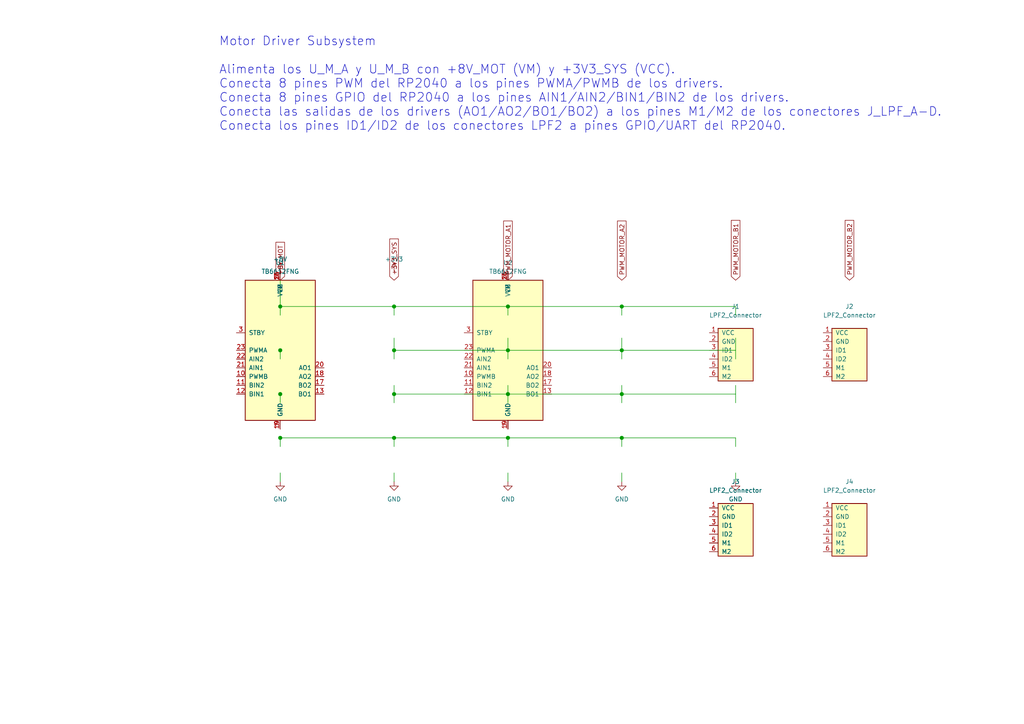
<source format=kicad_sch>
(kicad_sch (version 20230121) (generator eeschema)
  (paper "A4")
  (title_block (title "CM4 Robotics Controller - Motor Driver Subsystem") (date "2025-07-03") (rev "v1.0"))
  (lib_symbols
    (symbol "Device:C" (pin_numbers hide) (pin_names (offset 0.254))
      (property "Reference" "C" (at 0.635 2.54 0))
      (property "Value" "C" (at 0.635 -2.54 0))
      (symbol "C_0_1"
        (polyline (pts (xy -2.032 -0.762) (xy 2.032 -0.762)) (stroke (width 0.508)))
        (polyline (pts (xy -2.032 0.762) (xy 2.032 0.762)) (stroke (width 0.508)))
      )
      (symbol "C_1_1"
        (pin passive line (at 0 3.81 270) (length 2.794) (name "~") (number "1"))
        (pin passive line (at 0 -3.81 90) (length 2.794) (name "~") (number "2"))
      )
    )
    (symbol "Driver_Motor:TB6612FNG" (pin_names (offset 1.016))
      (property "Reference" "U" (at -10.16 21.59 0))
      (property "Value" "TB6612FNG" (at 2.54 21.59 0))
      (symbol "TB6612FNG_0_1"
        (rectangle (start -10.16 20.32) (end 10.16 -20.32) (stroke (width 0.254)) (fill (type background)))
      )
      (symbol "TB6612FNG_1_1"
        (pin power_in line (at 0 -22.86 90) (length 2.54) (name "GND") (number "1"))
        (pin input line (at -12.7 -7.62 0) (length 2.54) (name "PWMB") (number "10"))
        (pin input line (at -12.7 -10.16 0) (length 2.54) (name "BIN2") (number "11"))
        (pin input line (at -12.7 -12.7 0) (length 2.54) (name "BIN1") (number "12"))
        (pin output line (at 12.7 -12.7 180) (length 2.54) (name "BO1") (number "13"))
        (pin power_in line (at 0 -22.86 90) (length 2.54) (name "GND") (number "14"))
        (pin power_in line (at 0 22.86 270) (length 2.54) (name "VM") (number "15"))
        (pin power_in line (at 0 22.86 270) (length 2.54) (name "VM") (number "16"))
        (pin output line (at 12.7 -10.16 180) (length 2.54) (name "BO2") (number "17"))
        (pin output line (at 12.7 -7.62 180) (length 2.54) (name "AO2") (number "18"))
        (pin power_in line (at 0 -22.86 90) (length 2.54) (name "GND") (number "19"))
        (pin power_in line (at 0 22.86 270) (length 2.54) (name "VCC") (number "2"))
        (pin output line (at 12.7 -5.08 180) (length 2.54) (name "AO1") (number "20"))
        (pin input line (at -12.7 -5.08 0) (length 2.54) (name "AIN1") (number "21"))
        (pin input line (at -12.7 -2.54 0) (length 2.54) (name "AIN2") (number "22"))
        (pin input line (at -12.7 0 0) (length 2.54) (name "PWMA") (number "23"))
        (pin power_in line (at 0 22.86 270) (length 2.54) (name "VM") (number "24"))
        (pin input line (at -12.7 5.08 0) (length 2.54) (name "STBY") (number "3"))
        (pin no_connect line (at -10.16 7.62 0) (length 2.54) hide (name "NC") (number "4"))
        (pin no_connect line (at -10.16 10.16 0) (length 2.54) hide (name "NC") (number "5"))
        (pin no_connect line (at -10.16 12.7 0) (length 2.54) hide (name "NC") (number "6"))
        (pin no_connect line (at -10.16 15.24 0) (length 2.54) hide (name "NC") (number "7"))
        (pin no_connect line (at -10.16 17.78 0) (length 2.54) hide (name "NC") (number "8"))
        (pin no_connect line (at 10.16 17.78 180) (length 2.54) hide (name "NC") (number "9"))
      )
    )
    (symbol "custom_symbols:LPF2_Connector" (pin_names (offset 1.016))
      (property "Reference" "J" (at 0 10.16 0))
      (property "Value" "LPF2_Connector" (at 0 7.62 0))
      (symbol "LPF2_Connector_0_1"
        (rectangle (start -5.08 6.35) (end 5.08 -8.89) (stroke (width 0.254)) (fill (type background)))
      )
      (symbol "LPF2_Connector_1_1"
        (pin power_in line (at -7.62 5.08 0) (length 2.54) (name "VCC") (number "1"))
        (pin power_in line (at -7.62 2.54 0) (length 2.54) (name "GND") (number "2"))
        (pin output line (at -7.62 0 0) (length 2.54) (name "ID1") (number "3"))
        (pin output line (at -7.62 -2.54 0) (length 2.54) (name "ID2") (number "4"))
        (pin power_out line (at -7.62 -5.08 0) (length 2.54) (name "M1") (number "5"))
        (pin power_out line (at -7.62 -7.62 0) (length 2.54) (name "M2") (number "6"))
      )
    )
    (symbol "power:+3V3" (power) (pin_names (offset 0))
      (property "Value" "+3V3" (at 0 3.556 0))
      (symbol "+3V3_0_1"
        (polyline (pts (xy -0.762 1.27) (xy 0 2.54)))
        (polyline (pts (xy 0 0) (xy 0 2.54)))
        (polyline (pts (xy 0 2.54) (xy 0.762 1.27)))
      )
      (symbol "+3V3_1_1"
        (pin power_in line (at 0 0 90) (length 0) hide (name "+3V3") (number "1"))
      )
    )
    (symbol "power:+8V" (power) (pin_names (offset 0))
      (property "Value" "+8V" (at 0 3.556 0))
      (symbol "+8V_0_1"
        (polyline (pts (xy -0.762 1.27) (xy 0 2.54)))
        (polyline (pts (xy 0 0) (xy 0 2.54)))
        (polyline (pts (xy 0 2.54) (xy 0.762 1.27)))
      )
      (symbol "+8V_1_1"
        (pin power_in line (at 0 0 90) (length 0) hide (name "+8V") (number "1"))
      )
    )
    (symbol "power:GND" (power) (pin_names (offset 0))
      (property "Value" "GND" (at 0 -3.81 0))
      (symbol "GND_0_1"
        (polyline (pts (xy 0 0) (xy 0 -1.27) (xy 1.27 -1.27) (xy 0 -2.54) (xy -1.27 -1.27) (xy 0 -1.27)))
      )
      (symbol "GND_1_1"
        (pin power_in line (at 0 0 270) (length 0) hide (name "GND") (number "1"))
      )
    )
  )
  (junction (at 81.28 88.9) (diameter 1.016))
  (junction (at 81.28 101.6) (diameter 1.016))
  (junction (at 81.28 114.3) (diameter 1.016))
  (junction (at 81.28 127) (diameter 1.016))
  (junction (at 114.3 88.9) (diameter 1.016))
  (junction (at 114.3 101.6) (diameter 1.016))
  (junction (at 114.3 114.3) (diameter 1.016))
  (junction (at 114.3 127) (diameter 1.016))
  (junction (at 147.32 88.9) (diameter 1.016))
  (junction (at 147.32 101.6) (diameter 1.016))
  (junction (at 147.32 114.3) (diameter 1.016))
  (junction (at 147.32 127) (diameter 1.016))
  (junction (at 180.34 88.9) (diameter 1.016))
  (junction (at 180.34 101.6) (diameter 1.016))
  (junction (at 180.34 114.3) (diameter 1.016))
  (junction (at 180.34 127) (diameter 1.016))
  (wire (pts (xy 81.28 88.9) (xy 81.28 91.44)))
  (wire (pts (xy 81.28 101.6) (xy 81.28 104.14)))
  (wire (pts (xy 81.28 114.3) (xy 81.28 116.84)))
  (wire (pts (xy 81.28 127) (xy 81.28 129.54)))
  (wire (pts (xy 81.28 137.16) (xy 81.28 139.7)))
  (wire (pts (xy 81.28 88.9) (xy 114.3 88.9)))
  (wire (pts (xy 81.28 127) (xy 114.3 127)))
  (wire (pts (xy 114.3 88.9) (xy 114.3 91.44)))
  (wire (pts (xy 114.3 101.6) (xy 114.3 104.14)))
  (wire (pts (xy 114.3 114.3) (xy 114.3 116.84)))
  (wire (pts (xy 114.3 127) (xy 114.3 129.54)))
  (wire (pts (xy 114.3 137.16) (xy 114.3 139.7)))
  (wire (pts (xy 114.3 88.9) (xy 147.32 88.9)))
  (wire (pts (xy 114.3 127) (xy 147.32 127)))
  (wire (pts (xy 147.32 88.9) (xy 147.32 91.44)))
  (wire (pts (xy 147.32 101.6) (xy 147.32 104.14)))
  (wire (pts (xy 147.32 114.3) (xy 147.32 116.84)))
  (wire (pts (xy 147.32 127) (xy 147.32 129.54)))
  (wire (pts (xy 147.32 137.16) (xy 147.32 139.7)))
  (wire (pts (xy 147.32 88.9) (xy 180.34 88.9)))
  (wire (pts (xy 147.32 127) (xy 180.34 127)))
  (wire (pts (xy 180.34 88.9) (xy 180.34 91.44)))
  (wire (pts (xy 180.34 101.6) (xy 180.34 104.14)))
  (wire (pts (xy 180.34 114.3) (xy 180.34 116.84)))
  (wire (pts (xy 180.34 127) (xy 180.34 129.54)))
  (wire (pts (xy 180.34 137.16) (xy 180.34 139.7)))
  (wire (pts (xy 180.34 88.9) (xy 213.36 88.9)))
  (wire (pts (xy 180.34 127) (xy 213.36 127)))
  (wire (pts (xy 213.36 88.9) (xy 213.36 91.44)))
  (wire (pts (xy 213.36 101.6) (xy 213.36 104.14)))
  (wire (pts (xy 213.36 114.3) (xy 213.36 116.84)))
  (wire (pts (xy 213.36 127) (xy 213.36 129.54)))
  (wire (pts (xy 213.36 137.16) (xy 213.36 139.7)))
  (wire (pts (xy 114.3 101.6) (xy 114.3 98.044)))
  (wire (pts (xy 114.3 114.3) (xy 114.3 111.76)))
  (wire (pts (xy 147.32 101.6) (xy 147.32 98.044)))
  (wire (pts (xy 147.32 114.3) (xy 147.32 111.76)))
  (wire (pts (xy 180.34 101.6) (xy 180.34 98.044)))
  (wire (pts (xy 180.34 114.3) (xy 180.34 111.76)))
  (wire (pts (xy 213.36 101.6) (xy 213.36 98.044)))
  (wire (pts (xy 213.36 114.3) (xy 213.36 111.76)))
  (wire (pts (xy 81.28 81.28) (xy 81.28 88.9)))
  (wire (pts (xy 114.3 114.3) (xy 147.32 114.3)))
  (wire (pts (xy 147.32 114.3) (xy 180.34 114.3)))
  (wire (pts (xy 180.34 114.3) (xy 213.36 114.3)))
  (wire (pts (xy 114.3 101.6) (xy 147.32 101.6)))
  (wire (pts (xy 147.32 101.6) (xy 180.34 101.6)))
  (wire (pts (xy 180.34 101.6) (xy 213.36 101.6)))
  (text "Motor Driver Subsystem\n\nAlimenta los U_M_A y U_M_B con +8V_MOT (VM) y +3V3_SYS (VCC).\nConecta 8 pines PWM del RP2040 a los pines PWMA/PWMB de los drivers.\nConecta 8 pines GPIO del RP2040 a los pines AIN1/AIN2/BIN1/BIN2 de los drivers.\nConecta las salidas de los drivers (AO1/AO2/BO1/BO2) a los pines M1/M2 de los conectores J_LPF_A-D.\nConecta los pines ID1/ID2 de los conectores LPF2 a pines GPIO/UART del RP2040." (at 63.5 38.1 0) (effects (font (size 2.54 2.54)) (justify left bottom)))
  (global_label "+8V_MOT" (shape input) (at 81.28 81.28 90) (property "Intersheetrefs" "${INTERSHEET_REFS}" (effects hide)))
  (global_label "+3V3_SYS" (shape input) (at 114.3 81.28 90) (property "Intersheetrefs" "${INTERSHEET_REFS}" (effects hide)))
  (global_label "PWM_MOTOR_A1" (shape input) (at 147.32 81.28 90) (property "Intersheetrefs" "${INTERSHEET_REFS}" (effects hide)))
  (global_label "PWM_MOTOR_A2" (shape input) (at 180.34 81.28 90) (property "Intersheetrefs" "${INTERSHEET_REFS}" (effects hide)))
  (global_label "PWM_MOTOR_B1" (shape input) (at 213.36 81.28 90) (property "Intersheetrefs" "${INTERSHEET_REFS}" (effects hide)))
  (global_label "PWM_MOTOR_B2" (shape input) (at 246.38 81.28 90) (property "Intersheetrefs" "${INTERSHEET_REFS}" (effects hide)))
  (symbol (lib_id "Driver_Motor:TB6612FNG") (at 81.28 101.6 0) (unit 1)
    (property "Reference" "U1" (at 81.28 76.2 0))
    (property "Value" "TB6612FNG" (at 81.28 78.74 0))
    (property "Footprint" "Package_SO:SSOP-24_5.3x8.2mm_P0.65mm" (effects hide))
    (property "Datasheet" "https://toshiba.semicon-storage.com/info/docget.jsp?did=10660&prodName=TB6612FNG" (effects hide))
  )
  (symbol (lib_id "Driver_Motor:TB6612FNG") (at 147.32 101.6 0) (unit 1)
    (property "Reference" "U2" (at 147.32 76.2 0))
    (property "Value" "TB6612FNG" (at 147.32 78.74 0))
    (property "Footprint" "Package_SO:SSOP-24_5.3x8.2mm_P0.65mm" (effects hide))
    (property "Datasheet" "https://toshiba.semicon-storage.com/info/docget.jsp?did=10660&prodName=TB6612FNG" (effects hide))
  )
  (symbol (lib_id "custom_symbols:LPF2_Connector") (at 213.36 101.6 0) (unit 1)
    (property "Reference" "J1" (at 213.36 88.9 0))
    (property "Value" "LPF2_Connector" (at 213.36 91.44 0))
    (property "Footprint" "Custom:LPF2_Connector" (effects hide))
  )
  (symbol (lib_id "custom_symbols:LPF2_Connector") (at 246.38 101.6 0) (unit 1)
    (property "Reference" "J2" (at 246.38 88.9 0))
    (property "Value" "LPF2_Connector" (at 246.38 91.44 0))
    (property "Footprint" "Custom:LPF2_Connector" (effects hide))
  )
  (symbol (lib_id "custom_symbols:LPF2_Connector") (at 213.36 152.4 0) (unit 1)
    (property "Reference" "J3" (at 213.36 139.7 0))
    (property "Value" "LPF2_Connector" (at 213.36 142.24 0))
    (property "Footprint" "Custom:LPF2_Connector" (effects hide))
  )
  (symbol (lib_id "custom_symbols:LPF2_Connector") (at 246.38 152.4 0) (unit 1)
    (property "Reference" "J4" (at 246.38 139.7 0))
    (property "Value" "LPF2_Connector" (at 246.38 142.24 0))
    (property "Footprint" "Custom:LPF2_Connector" (effects hide))
  )
  (symbol (lib_id "power:+8V") (at 81.28 78.74 0) (unit 1)
    (property "Reference" "#PWR01" (effects hide))
    (property "Value" "+8V" (at 81.28 75.184 0))
  )
  (symbol (lib_id "power:+3V3") (at 114.3 78.74 0) (unit 1)
    (property "Reference" "#PWR02" (effects hide))
    (property "Value" "+3V3" (at 114.3 75.184 0))
  )
  (symbol (lib_id "power:GND") (at 81.28 139.7 0) (unit 1)
    (property "Reference" "#PWR03" (effects hide))
    (property "Value" "GND" (at 81.28 144.78 0))
  )
  (symbol (lib_id "power:GND") (at 114.3 139.7 0) (unit 1)
    (property "Reference" "#PWR04" (effects hide))
    (property "Value" "GND" (at 114.3 144.78 0))
  )
  (symbol (lib_id "power:GND") (at 147.32 139.7 0) (unit 1)
    (property "Reference" "#PWR05" (effects hide))
    (property "Value" "GND" (at 147.32 144.78 0))
  )
  (symbol (lib_id "power:GND") (at 180.34 139.7 0) (unit 1)
    (property "Reference" "#PWR06" (effects hide))
    (property "Value" "GND" (at 180.34 144.78 0))
  )
  (symbol (lib_id "power:GND") (at 213.36 139.7 0) (unit 1)
    (property "Reference" "#PWR07" (effects hide))
    (property "Value" "GND" (at 213.36 144.78 0))
  )
)
</source>
